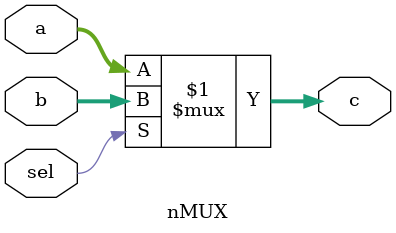
<source format=v>
`timescale 1ns / 1ps

module nMUX #(parameter n = 8) (
    input sel, input [n-1:0] a, b, output [n-1:0] c
    );
    assign c = (sel) ? b : a;
endmodule

</source>
